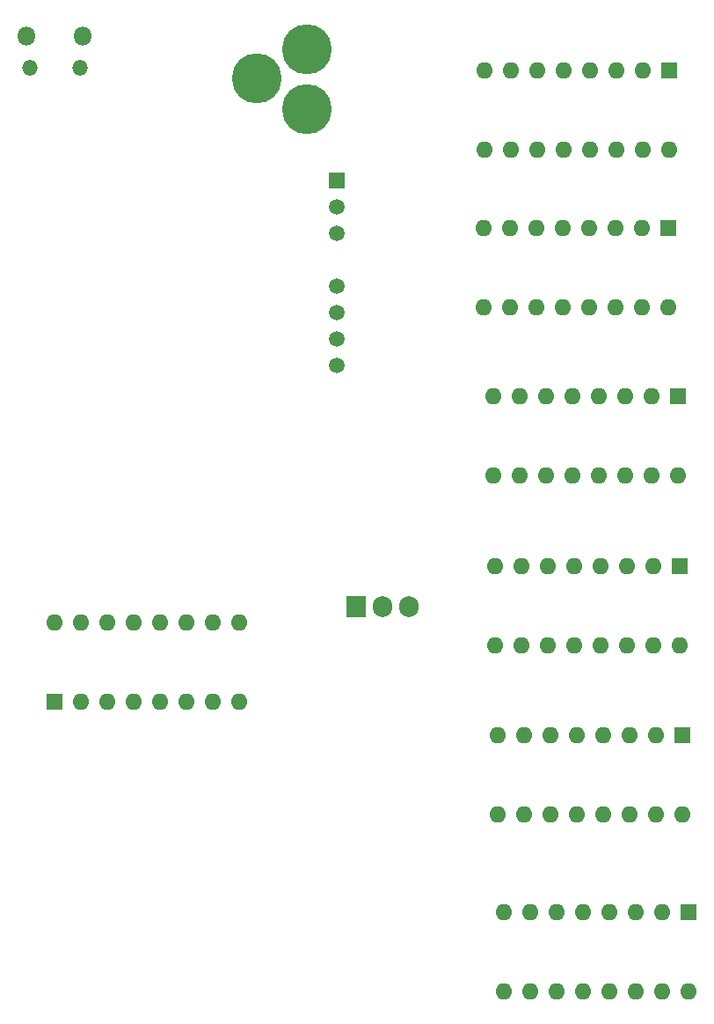
<source format=gbr>
%TF.GenerationSoftware,KiCad,Pcbnew,(6.0.7)*%
%TF.CreationDate,2023-04-21T16:09:57-05:00*%
%TF.ProjectId,RevisedControlBoard,52657669-7365-4644-936f-6e74726f6c42,rev?*%
%TF.SameCoordinates,Original*%
%TF.FileFunction,Soldermask,Bot*%
%TF.FilePolarity,Negative*%
%FSLAX46Y46*%
G04 Gerber Fmt 4.6, Leading zero omitted, Abs format (unit mm)*
G04 Created by KiCad (PCBNEW (6.0.7)) date 2023-04-21 16:09:57*
%MOMM*%
%LPD*%
G01*
G04 APERTURE LIST*
%ADD10R,1.600000X1.600000*%
%ADD11O,1.600000X1.600000*%
%ADD12R,1.508000X1.508000*%
%ADD13C,1.508000*%
%ADD14C,4.800000*%
%ADD15R,1.905000X2.000000*%
%ADD16O,1.905000X2.000000*%
%ADD17O,1.800000X1.800000*%
%ADD18O,1.500000X1.500000*%
G04 APERTURE END LIST*
D10*
%TO.C,U6*%
X190430000Y-125200000D03*
D11*
X187890000Y-125200000D03*
X185350000Y-125200000D03*
X182810000Y-125200000D03*
X180270000Y-125200000D03*
X177730000Y-125200000D03*
X175190000Y-125200000D03*
X172650000Y-125200000D03*
X172650000Y-132820000D03*
X175190000Y-132820000D03*
X177730000Y-132820000D03*
X180270000Y-132820000D03*
X182810000Y-132820000D03*
X185350000Y-132820000D03*
X187890000Y-132820000D03*
X190430000Y-132820000D03*
%TD*%
D10*
%TO.C,U5*%
X188505000Y-59430000D03*
D11*
X185965000Y-59430000D03*
X183425000Y-59430000D03*
X180885000Y-59430000D03*
X178345000Y-59430000D03*
X175805000Y-59430000D03*
X173265000Y-59430000D03*
X170725000Y-59430000D03*
X170725000Y-67050000D03*
X173265000Y-67050000D03*
X175805000Y-67050000D03*
X178345000Y-67050000D03*
X180885000Y-67050000D03*
X183425000Y-67050000D03*
X185965000Y-67050000D03*
X188505000Y-67050000D03*
%TD*%
D12*
%TO.C,PS1*%
X156550000Y-54822500D03*
D13*
X156550000Y-57362500D03*
X156550000Y-59902500D03*
X156550000Y-64982500D03*
X156550000Y-67522500D03*
X156550000Y-70062500D03*
X156550000Y-72602500D03*
%TD*%
D10*
%TO.C,U4*%
X188605000Y-44230000D03*
D11*
X186065000Y-44230000D03*
X183525000Y-44230000D03*
X180985000Y-44230000D03*
X178445000Y-44230000D03*
X175905000Y-44230000D03*
X173365000Y-44230000D03*
X170825000Y-44230000D03*
X170825000Y-51850000D03*
X173365000Y-51850000D03*
X175905000Y-51850000D03*
X178445000Y-51850000D03*
X180985000Y-51850000D03*
X183525000Y-51850000D03*
X186065000Y-51850000D03*
X188605000Y-51850000D03*
%TD*%
D10*
%TO.C,U7*%
X189605000Y-91930000D03*
D11*
X187065000Y-91930000D03*
X184525000Y-91930000D03*
X181985000Y-91930000D03*
X179445000Y-91930000D03*
X176905000Y-91930000D03*
X174365000Y-91930000D03*
X171825000Y-91930000D03*
X171825000Y-99550000D03*
X174365000Y-99550000D03*
X176905000Y-99550000D03*
X179445000Y-99550000D03*
X181985000Y-99550000D03*
X184525000Y-99550000D03*
X187065000Y-99550000D03*
X189605000Y-99550000D03*
%TD*%
D14*
%TO.C,J1*%
X153650000Y-48009500D03*
X153650000Y-42209500D03*
X148850000Y-45009500D03*
%TD*%
D15*
%TO.C,Q1*%
X158390000Y-95835000D03*
D16*
X160930000Y-95835000D03*
X163470000Y-95835000D03*
%TD*%
D10*
%TO.C,U3*%
X189405000Y-75630000D03*
D11*
X186865000Y-75630000D03*
X184325000Y-75630000D03*
X181785000Y-75630000D03*
X179245000Y-75630000D03*
X176705000Y-75630000D03*
X174165000Y-75630000D03*
X171625000Y-75630000D03*
X171625000Y-83250000D03*
X174165000Y-83250000D03*
X176705000Y-83250000D03*
X179245000Y-83250000D03*
X181785000Y-83250000D03*
X184325000Y-83250000D03*
X186865000Y-83250000D03*
X189405000Y-83250000D03*
%TD*%
D10*
%TO.C,U8*%
X189875000Y-108200000D03*
D11*
X187335000Y-108200000D03*
X184795000Y-108200000D03*
X182255000Y-108200000D03*
X179715000Y-108200000D03*
X177175000Y-108200000D03*
X174635000Y-108200000D03*
X172095000Y-108200000D03*
X172095000Y-115820000D03*
X174635000Y-115820000D03*
X177175000Y-115820000D03*
X179715000Y-115820000D03*
X182255000Y-115820000D03*
X184795000Y-115820000D03*
X187335000Y-115820000D03*
X189875000Y-115820000D03*
%TD*%
D17*
%TO.C,U2*%
X126675000Y-41000000D03*
D18*
X131825000Y-44030000D03*
X126975000Y-44030000D03*
D17*
X132125000Y-41000000D03*
%TD*%
D10*
%TO.C,U1*%
X129425000Y-105000000D03*
D11*
X131965000Y-105000000D03*
X134505000Y-105000000D03*
X137045000Y-105000000D03*
X139585000Y-105000000D03*
X142125000Y-105000000D03*
X144665000Y-105000000D03*
X147205000Y-105000000D03*
X147205000Y-97380000D03*
X144665000Y-97380000D03*
X142125000Y-97380000D03*
X139585000Y-97380000D03*
X137045000Y-97380000D03*
X134505000Y-97380000D03*
X131965000Y-97380000D03*
X129425000Y-97380000D03*
%TD*%
M02*

</source>
